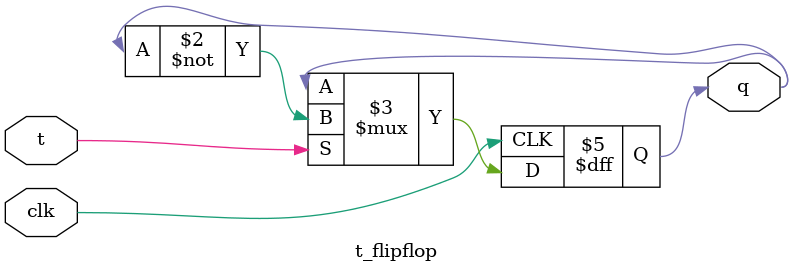
<source format=v>
module t_flipflop (
    input clk, 
    input t, 
    output reg q
);
    always @(posedge clk) begin
        if (t)
            q <= ~q; // Toggle state
    end
endmodule

</source>
